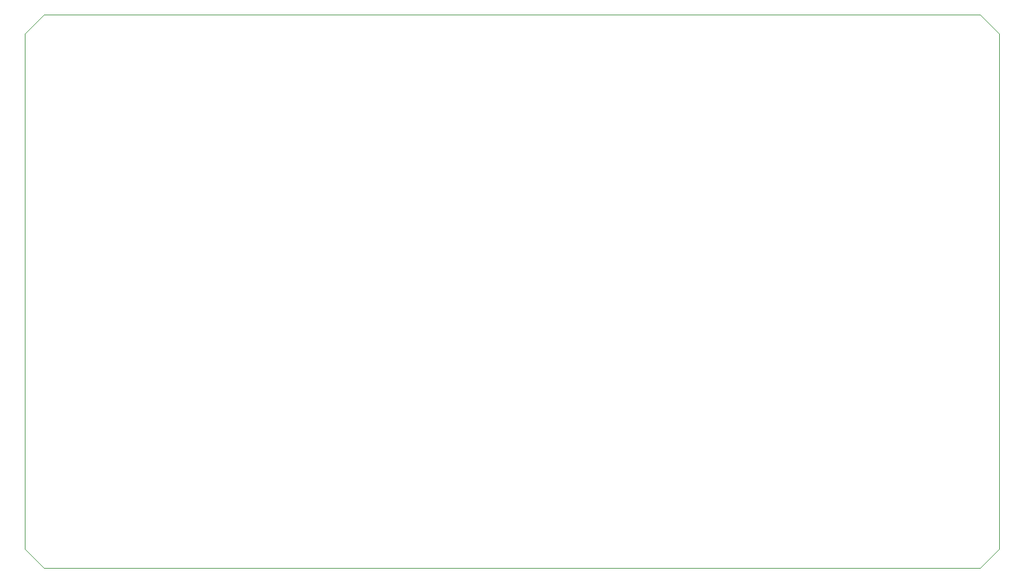
<source format=gm1>
G04 #@! TF.GenerationSoftware,KiCad,Pcbnew,(6.0.0)*
G04 #@! TF.CreationDate,2022-01-14T02:16:32-05:00*
G04 #@! TF.ProjectId,klxecu,6b6c7865-6375-42e6-9b69-6361645f7063,rev?*
G04 #@! TF.SameCoordinates,Original*
G04 #@! TF.FileFunction,Profile,NP*
%FSLAX46Y46*%
G04 Gerber Fmt 4.6, Leading zero omitted, Abs format (unit mm)*
G04 Created by KiCad (PCBNEW (6.0.0)) date 2022-01-14 02:16:32*
%MOMM*%
%LPD*%
G01*
G04 APERTURE LIST*
G04 #@! TA.AperFunction,Profile*
%ADD10C,0.100000*%
G04 #@! TD*
G04 APERTURE END LIST*
D10*
X144780000Y-96520000D02*
X142240000Y-96520000D01*
X147320000Y-93980000D02*
X144780000Y-96520000D01*
X147320000Y-91440000D02*
X147320000Y-93980000D01*
X142240000Y-22860000D02*
X144780000Y-22860000D01*
X147320000Y-25400000D02*
X147320000Y-27940000D01*
X144780000Y-22860000D02*
X147320000Y-25400000D01*
X17780000Y-25400000D02*
X17780000Y-27940000D01*
X20320000Y-22860000D02*
X17780000Y-25400000D01*
X22860000Y-22860000D02*
X20320000Y-22860000D01*
X20320000Y-96520000D02*
X22860000Y-96520000D01*
X17780000Y-93980000D02*
X20320000Y-96520000D01*
X17780000Y-91440000D02*
X17780000Y-93980000D01*
X22860000Y-96520000D02*
X142240000Y-96520000D01*
X22860000Y-22860000D02*
X142240000Y-22860000D01*
X17780000Y-91440000D02*
X17780000Y-27940000D01*
X147320000Y-27940000D02*
X147320000Y-91440000D01*
M02*

</source>
